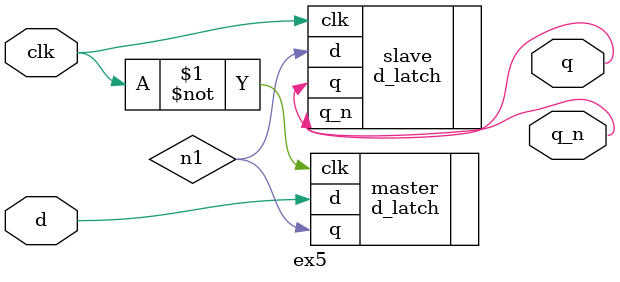
<source format=v>
module ex5 (
	input clk ,
	input d,
	output q,
	output q_n
);
wire n1;
	d_latch master (
		.clk(~clk),
		.d(d),
		.q(n1)
	);	
	d_latch slave (
		.clk(clk),
		.d(n1),
		.q(q),
		.q_n(q_n)
	);
endmodule
</source>
